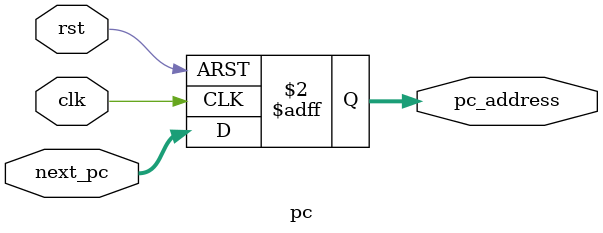
<source format=v>
`timescale 1ns / 1ps
module pc (
    input wire clk,
    input wire rst,
    input wire [31:0] next_pc,
    output reg [31:0] pc_address
);
    always @(posedge clk or posedge rst) begin
        if (rst)
            pc_address <= 32'h00000000;
        else
            pc_address <= next_pc;
    end
endmodule
</source>
